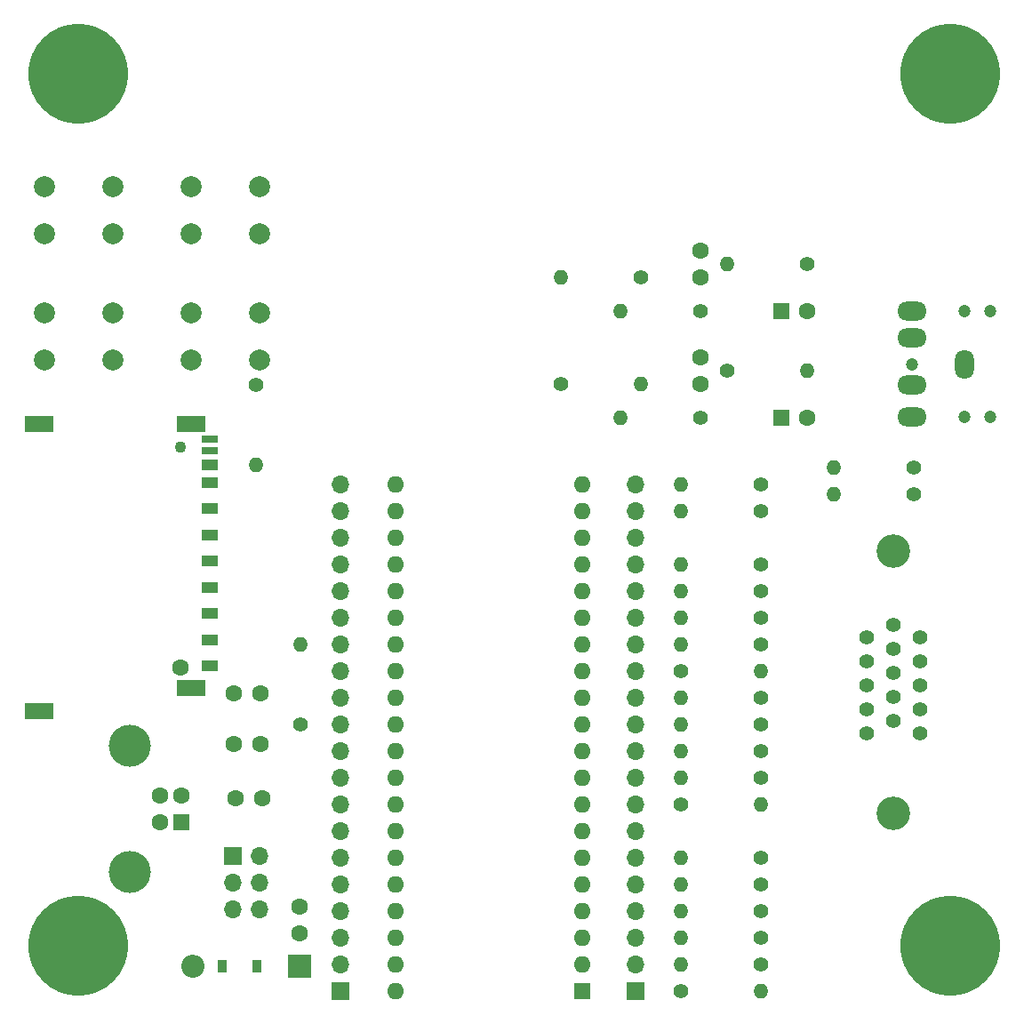
<source format=gts>
G04 #@! TF.GenerationSoftware,KiCad,Pcbnew,(6.0.1)*
G04 #@! TF.CreationDate,2022-06-10T05:36:32-04:00*
G04 #@! TF.ProjectId,PiPico_SDK,50695069-636f-45f5-9344-4b2e6b696361,2*
G04 #@! TF.SameCoordinates,Original*
G04 #@! TF.FileFunction,Soldermask,Top*
G04 #@! TF.FilePolarity,Negative*
%FSLAX46Y46*%
G04 Gerber Fmt 4.6, Leading zero omitted, Abs format (unit mm)*
G04 Created by KiCad (PCBNEW (6.0.1)) date 2022-06-10 05:36:32*
%MOMM*%
%LPD*%
G01*
G04 APERTURE LIST*
%ADD10C,9.525000*%
%ADD11C,3.200000*%
%ADD12C,1.397000*%
%ADD13C,1.600000*%
%ADD14C,1.100000*%
%ADD15R,1.500000X1.000000*%
%ADD16R,1.500000X0.700000*%
%ADD17R,2.800000X1.500000*%
%ADD18C,1.400000*%
%ADD19O,1.400000X1.400000*%
%ADD20R,1.600000X1.600000*%
%ADD21O,1.600000X1.600000*%
%ADD22C,4.000000*%
%ADD23C,2.000000*%
%ADD24R,0.900000X1.200000*%
%ADD25R,2.200000X2.200000*%
%ADD26O,2.200000X2.200000*%
%ADD27C,1.200000*%
%ADD28O,2.800000X1.800000*%
%ADD29O,1.800000X2.800000*%
%ADD30R,1.700000X1.700000*%
%ADD31O,1.700000X1.700000*%
G04 APERTURE END LIST*
D10*
X290000000Y-20000000D03*
X373000000Y-103000000D03*
X290000000Y-103000000D03*
X373000000Y-20000000D03*
D11*
X367643590Y-65438490D03*
X367643590Y-90427010D03*
D12*
X365103590Y-73622370D03*
X365103590Y-75913450D03*
X365103590Y-78199450D03*
X365103590Y-80493070D03*
X365103590Y-82781610D03*
X367643590Y-72476830D03*
X367643590Y-74767910D03*
X367643590Y-77058990D03*
X367643590Y-79347530D03*
X367643590Y-81638610D03*
X370183590Y-73622370D03*
X370183590Y-75913450D03*
X370181050Y-78201990D03*
X370183590Y-80493070D03*
X370183590Y-82781610D03*
D13*
X299755500Y-76500000D03*
D14*
X299755500Y-55500000D03*
D15*
X302555500Y-73880000D03*
X302555500Y-71380000D03*
X302555500Y-68880000D03*
X302555500Y-66380000D03*
X302555500Y-63880000D03*
X302555500Y-61380000D03*
X302555500Y-58960000D03*
X302555500Y-57260000D03*
X302555500Y-76380000D03*
D16*
X302555500Y-55920000D03*
X302555500Y-54780000D03*
D17*
X300755500Y-78450000D03*
X300755500Y-53350000D03*
X286255500Y-53350000D03*
X286255500Y-80650000D03*
D18*
X369570000Y-57460000D03*
D19*
X361950000Y-57460000D03*
D18*
X369570000Y-60000000D03*
D19*
X361950000Y-60000000D03*
D18*
X335915000Y-49530000D03*
D19*
X343535000Y-49530000D03*
D18*
X351790000Y-48260000D03*
D19*
X359410000Y-48260000D03*
D20*
X338000000Y-107315000D03*
D21*
X338000000Y-104775000D03*
X338000000Y-102235000D03*
X338000000Y-99695000D03*
X338000000Y-97155000D03*
X338000000Y-94615000D03*
X338000000Y-92075000D03*
X338000000Y-89535000D03*
X338000000Y-86995000D03*
X338000000Y-84455000D03*
X338000000Y-81915000D03*
X338000000Y-79375000D03*
X338000000Y-76835000D03*
X338000000Y-74295000D03*
X338000000Y-71755000D03*
X338000000Y-69215000D03*
X338000000Y-66675000D03*
X338000000Y-64135000D03*
X338000000Y-61595000D03*
X338000000Y-59055000D03*
X320220000Y-59055000D03*
X320220000Y-61595000D03*
X320220000Y-64135000D03*
X320220000Y-66675000D03*
X320220000Y-69215000D03*
X320220000Y-71755000D03*
X320220000Y-74295000D03*
X320220000Y-76835000D03*
X320220000Y-79375000D03*
X320220000Y-81915000D03*
X320220000Y-84455000D03*
X320220000Y-86995000D03*
X320220000Y-89535000D03*
X320220000Y-92075000D03*
X320220000Y-94615000D03*
X320220000Y-97155000D03*
X320220000Y-99695000D03*
X320220000Y-102235000D03*
X320220000Y-104775000D03*
X320220000Y-107315000D03*
D20*
X299787500Y-91250000D03*
D13*
X299787500Y-88750000D03*
X297787500Y-88750000D03*
X297787500Y-91250000D03*
D22*
X294927500Y-84000000D03*
X294927500Y-96000000D03*
D13*
X349250000Y-49510000D03*
X349250000Y-47010000D03*
D20*
X356934888Y-52705000D03*
D13*
X359434888Y-52705000D03*
X349250000Y-39370000D03*
X349250000Y-36870000D03*
D18*
X354965000Y-99695000D03*
D19*
X347345000Y-99695000D03*
D18*
X359410000Y-38100000D03*
D19*
X351790000Y-38100000D03*
D18*
X354965000Y-71755000D03*
D19*
X347345000Y-71755000D03*
D23*
X300750000Y-42750000D03*
X307250000Y-42750000D03*
X300750000Y-47250000D03*
X307250000Y-47250000D03*
D18*
X354965000Y-61595000D03*
D19*
X347345000Y-61595000D03*
D18*
X354965000Y-69215000D03*
D19*
X347345000Y-69215000D03*
D18*
X354965000Y-79375000D03*
D19*
X347345000Y-79375000D03*
D23*
X293250000Y-42750000D03*
X286750000Y-42750000D03*
X286750000Y-47250000D03*
X293250000Y-47250000D03*
D24*
X307015000Y-105000000D03*
X303715000Y-105000000D03*
D18*
X354965000Y-86995000D03*
D19*
X347345000Y-86995000D03*
D18*
X354965000Y-81915000D03*
D19*
X347345000Y-81915000D03*
D13*
X311099200Y-101834000D03*
X311099200Y-99334000D03*
D18*
X354965000Y-94615000D03*
D19*
X347345000Y-94615000D03*
D25*
X311080000Y-105000000D03*
D26*
X300920000Y-105000000D03*
D18*
X354965000Y-59055000D03*
D19*
X347345000Y-59055000D03*
D13*
X304820000Y-83820000D03*
X307320000Y-83820000D03*
X305000000Y-89000000D03*
X307500000Y-89000000D03*
D27*
X374380000Y-52625000D03*
X374380000Y-42625000D03*
X376880000Y-42625000D03*
X376880000Y-52625000D03*
X369380000Y-47625000D03*
D28*
X369380000Y-52625000D03*
X369380000Y-49625000D03*
D29*
X374380000Y-47625000D03*
D28*
X369380000Y-42625000D03*
X369380000Y-45125000D03*
D18*
X347345000Y-76835000D03*
D19*
X354965000Y-76835000D03*
D18*
X354965000Y-74295000D03*
D19*
X347345000Y-74295000D03*
D18*
X343535000Y-39390000D03*
D19*
X335915000Y-39390000D03*
D18*
X354965000Y-104775000D03*
D19*
X347345000Y-104775000D03*
D18*
X349250000Y-52705000D03*
D19*
X341630000Y-52705000D03*
D30*
X314960000Y-107315000D03*
D31*
X314960000Y-104775000D03*
X314960000Y-102235000D03*
X314960000Y-99695000D03*
X314960000Y-97155000D03*
X314960000Y-94615000D03*
X314960000Y-92075000D03*
X314960000Y-89535000D03*
X314960000Y-86995000D03*
X314960000Y-84455000D03*
X314960000Y-81915000D03*
X314960000Y-79375000D03*
X314960000Y-76835000D03*
X314960000Y-74295000D03*
X314960000Y-71755000D03*
X314960000Y-69215000D03*
X314960000Y-66675000D03*
X314960000Y-64135000D03*
X314960000Y-61595000D03*
X314960000Y-59055000D03*
D18*
X347345000Y-89535000D03*
D19*
X354965000Y-89535000D03*
D18*
X354965000Y-84455000D03*
D19*
X347345000Y-84455000D03*
D18*
X311150000Y-81915000D03*
D19*
X311150000Y-74295000D03*
D13*
X304820000Y-79000000D03*
X307320000Y-79000000D03*
D18*
X354965000Y-102235000D03*
D19*
X347345000Y-102235000D03*
D20*
X356934888Y-42545000D03*
D13*
X359434888Y-42545000D03*
D23*
X300750000Y-30750000D03*
X307250000Y-30750000D03*
X307250000Y-35250000D03*
X300750000Y-35250000D03*
D18*
X306882800Y-49631600D03*
D19*
X306882800Y-57251600D03*
D18*
X354965000Y-66675000D03*
D19*
X347345000Y-66675000D03*
D30*
X304725000Y-94475000D03*
D31*
X307265000Y-94475000D03*
X304725000Y-97015000D03*
X307265000Y-97015000D03*
X304725000Y-99555000D03*
X307265000Y-99555000D03*
D18*
X347345000Y-107315000D03*
D19*
X354965000Y-107315000D03*
D18*
X354965000Y-97155000D03*
D19*
X347345000Y-97155000D03*
D18*
X349250000Y-42545000D03*
D19*
X341630000Y-42545000D03*
D30*
X343075000Y-107315000D03*
D31*
X343075000Y-104775000D03*
X343075000Y-102235000D03*
X343075000Y-99695000D03*
X343075000Y-97155000D03*
X343075000Y-94615000D03*
X343075000Y-92075000D03*
X343075000Y-89535000D03*
X343075000Y-86995000D03*
X343075000Y-84455000D03*
X343075000Y-81915000D03*
X343075000Y-79375000D03*
X343075000Y-76835000D03*
X343075000Y-74295000D03*
X343075000Y-71755000D03*
X343075000Y-69215000D03*
X343075000Y-66675000D03*
X343075000Y-64135000D03*
X343075000Y-61595000D03*
X343075000Y-59055000D03*
D23*
X293250000Y-30750000D03*
X286750000Y-30750000D03*
X286750000Y-35250000D03*
X293250000Y-35250000D03*
M02*

</source>
